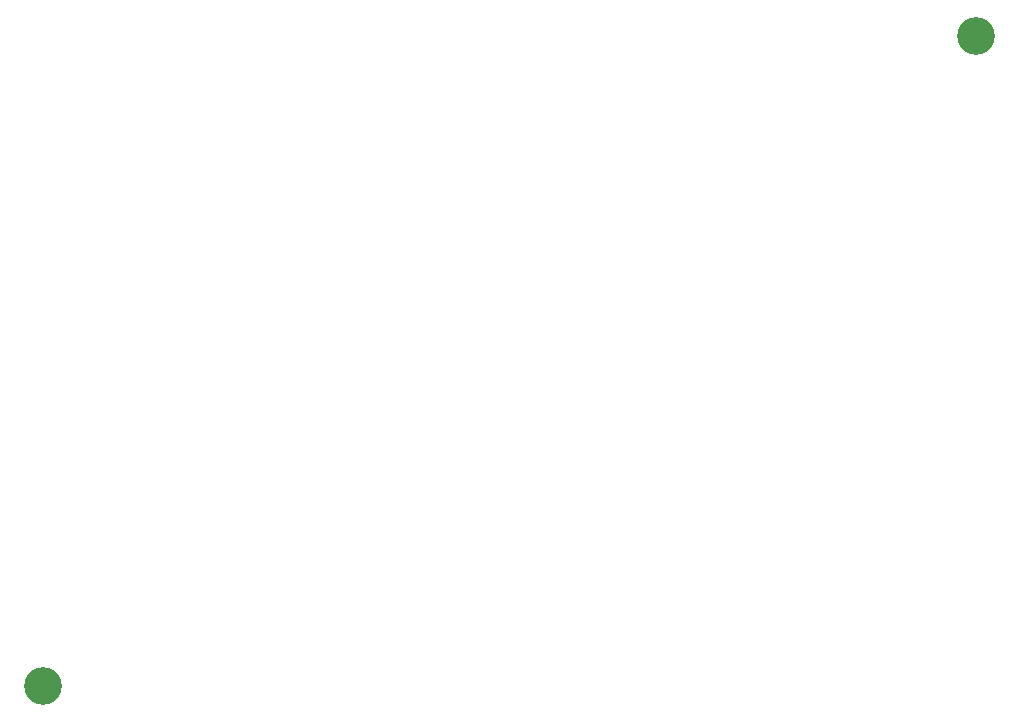
<source format=gbr>
%TF.GenerationSoftware,KiCad,Pcbnew,7.0.8*%
%TF.CreationDate,2024-05-31T18:16:30-04:00*%
%TF.ProjectId, bottom_board,20626f74-746f-46d5-9f62-6f6172642e6b,rev?*%
%TF.SameCoordinates,Original*%
%TF.FileFunction,Soldermask,Top*%
%TF.FilePolarity,Negative*%
%FSLAX46Y46*%
G04 Gerber Fmt 4.6, Leading zero omitted, Abs format (unit mm)*
G04 Created by KiCad (PCBNEW 7.0.8) date 2024-05-31 18:16:30*
%MOMM*%
%LPD*%
G01*
G04 APERTURE LIST*
%ADD10C,3.200000*%
G04 APERTURE END LIST*
D10*
%TO.C,REF\u002A\u002A*%
X100500000Y-116500000D03*
%TD*%
%TO.C,REF\u002A\u002A*%
X179500000Y-61500000D03*
%TD*%
M02*

</source>
